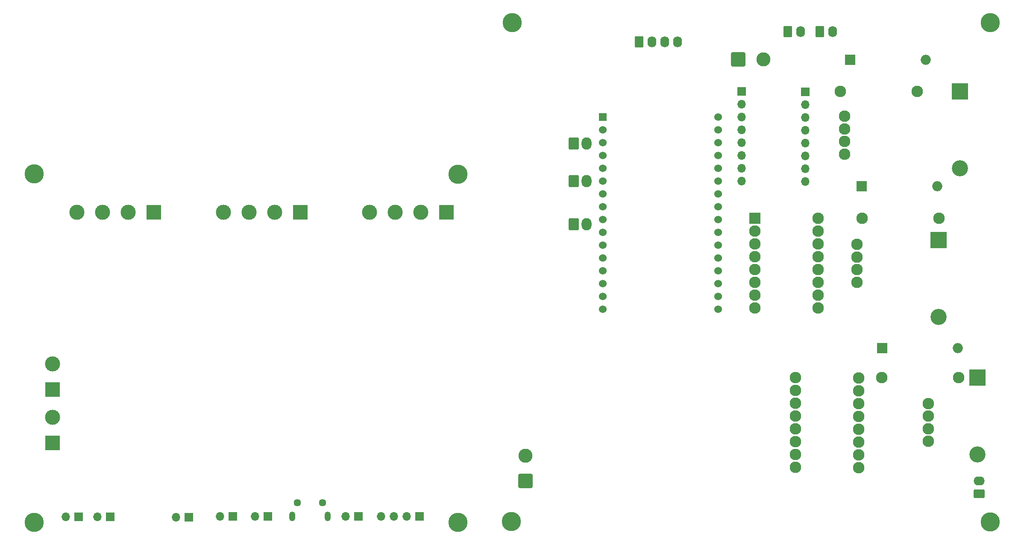
<source format=gbr>
%TF.GenerationSoftware,KiCad,Pcbnew,9.0.0*%
%TF.CreationDate,2025-05-09T16:43:11-07:00*%
%TF.ProjectId,Motor_Controller_Board_v1,4d6f746f-725f-4436-9f6e-74726f6c6c65,v1*%
%TF.SameCoordinates,Original*%
%TF.FileFunction,Soldermask,Bot*%
%TF.FilePolarity,Negative*%
%FSLAX46Y46*%
G04 Gerber Fmt 4.6, Leading zero omitted, Abs format (unit mm)*
G04 Created by KiCad (PCBNEW 9.0.0) date 2025-05-09 16:43:11*
%MOMM*%
%LPD*%
G01*
G04 APERTURE LIST*
G04 Aperture macros list*
%AMRoundRect*
0 Rectangle with rounded corners*
0 $1 Rounding radius*
0 $2 $3 $4 $5 $6 $7 $8 $9 X,Y pos of 4 corners*
0 Add a 4 corners polygon primitive as box body*
4,1,4,$2,$3,$4,$5,$6,$7,$8,$9,$2,$3,0*
0 Add four circle primitives for the rounded corners*
1,1,$1+$1,$2,$3*
1,1,$1+$1,$4,$5*
1,1,$1+$1,$6,$7*
1,1,$1+$1,$8,$9*
0 Add four rect primitives between the rounded corners*
20,1,$1+$1,$2,$3,$4,$5,0*
20,1,$1+$1,$4,$5,$6,$7,0*
20,1,$1+$1,$6,$7,$8,$9,0*
20,1,$1+$1,$8,$9,$2,$3,0*%
G04 Aperture macros list end*
%ADD10R,3.000000X3.000000*%
%ADD11C,3.000000*%
%ADD12R,1.700000X1.700000*%
%ADD13O,1.700000X1.700000*%
%ADD14O,1.200000X1.900000*%
%ADD15C,1.450000*%
%ADD16C,3.800000*%
%ADD17O,2.286000X2.286000*%
%ADD18RoundRect,0.250000X0.845000X-0.620000X0.845000X0.620000X-0.845000X0.620000X-0.845000X-0.620000X0*%
%ADD19O,2.190000X1.740000*%
%ADD20RoundRect,0.250001X-1.149999X-1.149999X1.149999X-1.149999X1.149999X1.149999X-1.149999X1.149999X0*%
%ADD21C,2.800000*%
%ADD22RoundRect,0.250000X-0.620000X-0.845000X0.620000X-0.845000X0.620000X0.845000X-0.620000X0.845000X0*%
%ADD23O,1.740000X2.190000*%
%ADD24R,2.286000X2.286000*%
%ADD25RoundRect,0.250001X1.149999X-1.149999X1.149999X1.149999X-1.149999X1.149999X-1.149999X-1.149999X0*%
%ADD26R,3.200000X3.200000*%
%ADD27O,3.200000X3.200000*%
%ADD28R,2.000000X2.000000*%
%ADD29O,2.000000X2.000000*%
%ADD30RoundRect,0.286494X-0.710506X-0.935506X0.710506X-0.935506X0.710506X0.935506X-0.710506X0.935506X0*%
%ADD31O,1.994000X2.444000*%
%ADD32R,1.524000X1.524000*%
%ADD33C,1.524000*%
G04 APERTURE END LIST*
D10*
%TO.C,J401*%
X134390000Y-84840000D03*
D11*
X129310000Y-84840000D03*
X124230000Y-84840000D03*
X119150000Y-84840000D03*
%TD*%
D12*
%TO.C,J202*%
X83340000Y-145290000D03*
D13*
X80800000Y-145290000D03*
%TD*%
D12*
%TO.C,J304*%
X99020000Y-145115000D03*
D13*
X96480000Y-145115000D03*
%TD*%
D12*
%TO.C,J206*%
X67740000Y-145240000D03*
D13*
X65200000Y-145240000D03*
%TD*%
D12*
%TO.C,J305*%
X92020000Y-145115000D03*
D13*
X89480000Y-145115000D03*
%TD*%
D12*
%TO.C,J303*%
X116980000Y-145115000D03*
D13*
X114440000Y-145115000D03*
%TD*%
D12*
%TO.C,J207*%
X61515000Y-145240000D03*
D13*
X58975000Y-145240000D03*
%TD*%
D14*
%TO.C,J302*%
X103840000Y-145115000D03*
D15*
X104840000Y-142415000D03*
X109840000Y-142415000D03*
D14*
X110840000Y-145115000D03*
%TD*%
D10*
%TO.C,J203*%
X56340000Y-119980000D03*
D11*
X56340000Y-114900000D03*
%TD*%
D10*
%TO.C,J402*%
X76380000Y-84840000D03*
D11*
X71300000Y-84840000D03*
X66220000Y-84840000D03*
X61140000Y-84840000D03*
%TD*%
D16*
%TO.C,H202*%
X136640000Y-146340000D03*
%TD*%
D10*
%TO.C,J201*%
X56340000Y-130540000D03*
D11*
X56340000Y-125460000D03*
%TD*%
D16*
%TO.C,H201*%
X136640000Y-77340000D03*
%TD*%
%TO.C,H204*%
X52640000Y-77260000D03*
%TD*%
%TO.C,H203*%
X52640000Y-146340000D03*
%TD*%
D10*
%TO.C,J403*%
X105390000Y-84840000D03*
D11*
X100310000Y-84840000D03*
X95230000Y-84840000D03*
X90150000Y-84840000D03*
%TD*%
D12*
%TO.C,J301*%
X129060000Y-145115000D03*
D13*
X126520000Y-145115000D03*
X123980000Y-145115000D03*
X121440000Y-145115000D03*
%TD*%
D17*
%TO.C,J26*%
X215762500Y-91237500D03*
X215762500Y-93737500D03*
X215762500Y-96237500D03*
X215762500Y-98737500D03*
%TD*%
D18*
%TO.C,J4*%
X239922500Y-140657500D03*
D19*
X239922500Y-138117500D03*
%TD*%
D20*
%TO.C,J6*%
X192176500Y-54577500D03*
D21*
X197176500Y-54577500D03*
%TD*%
D22*
%TO.C,J2*%
X172582500Y-51105500D03*
D23*
X175122500Y-51105500D03*
X177662500Y-51105500D03*
X180202500Y-51105500D03*
%TD*%
D17*
%TO.C,U1*%
X208032500Y-96187500D03*
X208032500Y-98727500D03*
X208032500Y-93647500D03*
X208032500Y-91107500D03*
X195482500Y-88547500D03*
X195482500Y-91087500D03*
X195482500Y-93627500D03*
X195482500Y-103787500D03*
D24*
X195482500Y-86007500D03*
D17*
X208032500Y-103807500D03*
X208032500Y-88567500D03*
X195482500Y-96167500D03*
X195482500Y-98707500D03*
X195482500Y-101247500D03*
X208032500Y-101267500D03*
X208032500Y-86027500D03*
%TD*%
D25*
%TO.C,J1*%
X150067500Y-138150000D03*
D21*
X150067500Y-133150000D03*
%TD*%
D26*
%TO.C,D3*%
X236122500Y-60867500D03*
D27*
X236122500Y-76107500D03*
%TD*%
D28*
%TO.C,C4*%
X220705750Y-111757500D03*
D29*
X235705750Y-111757500D03*
%TD*%
D28*
%TO.C,C3*%
X216640500Y-79697500D03*
D29*
X231640500Y-79697500D03*
%TD*%
D30*
%TO.C,J15*%
X159572500Y-78717500D03*
D31*
X162112500Y-78717500D03*
%TD*%
D17*
%TO.C,U3*%
X216120500Y-127833500D03*
X216120500Y-130373500D03*
X216120500Y-125293500D03*
X216120500Y-122753500D03*
X203570500Y-120193500D03*
X203570500Y-122733500D03*
X203570500Y-125273500D03*
X203570500Y-135433500D03*
X203570500Y-117653500D03*
X216120500Y-135453500D03*
X216120500Y-120213500D03*
X203570500Y-127813500D03*
X203570500Y-130353500D03*
X203570500Y-132893500D03*
X216120500Y-132913500D03*
X216120500Y-117673500D03*
%TD*%
D30*
%TO.C,J14*%
X159572500Y-71217500D03*
D31*
X162112500Y-71217500D03*
%TD*%
D16*
%TO.C,REF\u002A\u002A*%
X242122500Y-146227500D03*
%TD*%
%TO.C,REF\u002A\u002A*%
X242122500Y-47227500D03*
%TD*%
D26*
%TO.C,D1*%
X239606750Y-117653500D03*
D27*
X239606750Y-132893500D03*
%TD*%
D28*
%TO.C,C2*%
X214358500Y-54661500D03*
D29*
X229358500Y-54661500D03*
%TD*%
D16*
%TO.C,REF\u002A\u002A*%
X147222500Y-146137500D03*
%TD*%
D22*
%TO.C,J7*%
X208396500Y-49073500D03*
D23*
X210936500Y-49073500D03*
%TD*%
D17*
%TO.C,J10*%
X229880500Y-122771000D03*
X229880500Y-125271000D03*
X229880500Y-127771000D03*
X229880500Y-130271000D03*
%TD*%
D16*
%TO.C,REF\u002A\u002A*%
X147432500Y-47237500D03*
%TD*%
D17*
%TO.C,R8*%
X220681750Y-117653500D03*
X235921750Y-117653500D03*
%TD*%
D32*
%TO.C,U2*%
X165402500Y-66017500D03*
D33*
X165402500Y-68557500D03*
X165402500Y-71097500D03*
X165402500Y-73637500D03*
X165402500Y-76177500D03*
X165402500Y-78717500D03*
X165402500Y-81257500D03*
X165402500Y-83797500D03*
X165402500Y-86337500D03*
X165402500Y-88877500D03*
X165402500Y-91417500D03*
X165402500Y-93957500D03*
X165402500Y-96497500D03*
X165402500Y-99037500D03*
X165402500Y-101577500D03*
X165402500Y-104117500D03*
X188262500Y-66017500D03*
X188262500Y-68557500D03*
X188262500Y-71097500D03*
X188262500Y-73637500D03*
X188262500Y-76177500D03*
X188262500Y-78717500D03*
X188262500Y-81257500D03*
X188262500Y-83797500D03*
X188262500Y-86337500D03*
X188262500Y-88877500D03*
X188262500Y-91417500D03*
X188262500Y-93957500D03*
X188262500Y-96497500D03*
X188262500Y-99037500D03*
X188262500Y-101577500D03*
X188262500Y-104117500D03*
%TD*%
D26*
%TO.C,D2*%
X231932500Y-90367500D03*
D27*
X231932500Y-105607500D03*
%TD*%
D17*
%TO.C,J5*%
X213312500Y-65842500D03*
X213312500Y-68342500D03*
X213312500Y-70842500D03*
X213312500Y-73342500D03*
%TD*%
D22*
%TO.C,J8*%
X202046500Y-49073500D03*
D23*
X204586500Y-49073500D03*
%TD*%
D17*
%TO.C,R10*%
X212417500Y-60892500D03*
X227657500Y-60892500D03*
%TD*%
%TO.C,R9*%
X216722500Y-86017500D03*
X231962500Y-86017500D03*
%TD*%
D30*
%TO.C,J21*%
X159572500Y-87217500D03*
D31*
X162112500Y-87217500D03*
%TD*%
D13*
%TO.C,U5*%
X205472500Y-71107500D03*
X205472500Y-73647500D03*
X205472500Y-68567500D03*
X205472500Y-66027500D03*
X192922500Y-63467500D03*
X192922500Y-66007500D03*
X192922500Y-68547500D03*
X192922500Y-78707500D03*
D12*
X192922500Y-60927500D03*
D13*
X205472500Y-78727500D03*
X205472500Y-63487500D03*
X192922500Y-71087500D03*
X192922500Y-73627500D03*
X192922500Y-76167500D03*
X205472500Y-76187500D03*
D12*
X205472500Y-60947500D03*
%TD*%
M02*

</source>
